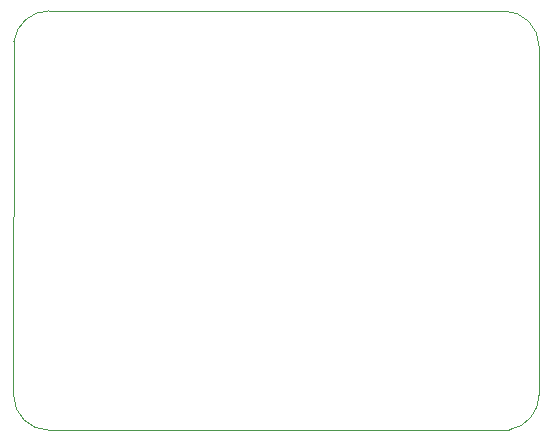
<source format=gbr>
%TF.GenerationSoftware,KiCad,Pcbnew,9.0.1*%
%TF.CreationDate,2025-05-17T01:13:42+02:00*%
%TF.ProjectId,kurs,6b757273-2e6b-4696-9361-645f70636258,rev?*%
%TF.SameCoordinates,Original*%
%TF.FileFunction,Profile,NP*%
%FSLAX46Y46*%
G04 Gerber Fmt 4.6, Leading zero omitted, Abs format (unit mm)*
G04 Created by KiCad (PCBNEW 9.0.1) date 2025-05-17 01:13:42*
%MOMM*%
%LPD*%
G01*
G04 APERTURE LIST*
%TA.AperFunction,Profile*%
%ADD10C,0.050000*%
%TD*%
G04 APERTURE END LIST*
D10*
X51000000Y-86500000D02*
G75*
G02*
X48000000Y-83500000I0J3000000D01*
G01*
X48030152Y-53575736D02*
G75*
G02*
X51000000Y-51000000I2969848J-424264D01*
G01*
X92500000Y-83500000D02*
G75*
G02*
X89993197Y-86459182I-3000000J0D01*
G01*
X51000000Y-86500000D02*
X89993197Y-86459181D01*
X92500000Y-54000000D02*
X92500000Y-83500000D01*
X51000000Y-51000000D02*
X89500000Y-51000000D01*
X89500000Y-51000000D02*
G75*
G02*
X92500000Y-54000000I0J-3000000D01*
G01*
X48030153Y-53575736D02*
X48000000Y-83500000D01*
M02*

</source>
